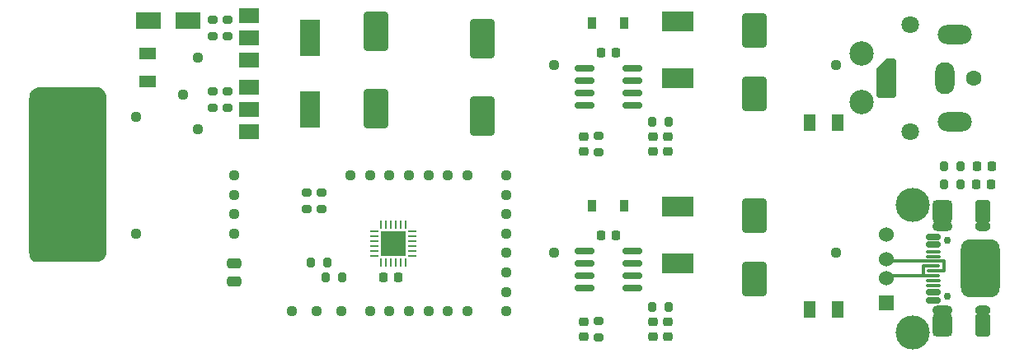
<source format=gbr>
%TF.GenerationSoftware,KiCad,Pcbnew,6.0.11+dfsg-1~bpo11+1*%
%TF.CreationDate,2024-04-01T13:46:53-04:00*%
%TF.ProjectId,Module - TPS540x,4d6f6475-6c65-4202-9d20-545053353430,1.0.0*%
%TF.SameCoordinates,Original*%
%TF.FileFunction,Soldermask,Top*%
%TF.FilePolarity,Negative*%
%FSLAX46Y46*%
G04 Gerber Fmt 4.6, Leading zero omitted, Abs format (unit mm)*
G04 Created by KiCad (PCBNEW 6.0.11+dfsg-1~bpo11+1) date 2024-04-01 13:46:53*
%MOMM*%
%LPD*%
G01*
G04 APERTURE LIST*
G04 Aperture macros list*
%AMRoundRect*
0 Rectangle with rounded corners*
0 $1 Rounding radius*
0 $2 $3 $4 $5 $6 $7 $8 $9 X,Y pos of 4 corners*
0 Add a 4 corners polygon primitive as box body*
4,1,4,$2,$3,$4,$5,$6,$7,$8,$9,$2,$3,0*
0 Add four circle primitives for the rounded corners*
1,1,$1+$1,$2,$3*
1,1,$1+$1,$4,$5*
1,1,$1+$1,$6,$7*
1,1,$1+$1,$8,$9*
0 Add four rect primitives between the rounded corners*
20,1,$1+$1,$2,$3,$4,$5,0*
20,1,$1+$1,$4,$5,$6,$7,0*
20,1,$1+$1,$6,$7,$8,$9,0*
20,1,$1+$1,$8,$9,$2,$3,0*%
%AMFreePoly0*
4,1,18,-2.000000,0.800000,-1.984776,0.876537,-1.941421,0.941421,-1.876537,0.984776,-1.800000,1.000000,1.000000,1.000000,2.000000,0.000000,2.000000,-0.800000,1.984776,-0.876537,1.941421,-0.941421,1.876537,-0.984776,1.800000,-1.000000,-1.800000,-1.000000,-1.876537,-0.984776,-1.941421,-0.941421,-1.984776,-0.876537,-2.000000,-0.800000,-2.000000,0.800000,-2.000000,0.800000,$1*%
G04 Aperture macros list end*
%ADD10RoundRect,0.330000X-0.170000X-0.170000X0.170000X-0.170000X0.170000X0.170000X-0.170000X0.170000X0*%
%ADD11RoundRect,0.200000X-0.275000X0.200000X-0.275000X-0.200000X0.275000X-0.200000X0.275000X0.200000X0*%
%ADD12R,0.900000X1.200000*%
%ADD13RoundRect,0.250000X-1.000000X1.750000X-1.000000X-1.750000X1.000000X-1.750000X1.000000X1.750000X0*%
%ADD14RoundRect,0.250000X-0.475000X0.250000X-0.475000X-0.250000X0.475000X-0.250000X0.475000X0.250000X0*%
%ADD15RoundRect,0.200000X-0.200000X-0.275000X0.200000X-0.275000X0.200000X0.275000X-0.200000X0.275000X0*%
%ADD16RoundRect,0.200000X0.275000X-0.200000X0.275000X0.200000X-0.275000X0.200000X-0.275000X-0.200000X0*%
%ADD17C,1.600000*%
%ADD18FreePoly0,90.000000*%
%ADD19C,2.500000*%
%ADD20O,2.000000X3.300000*%
%ADD21C,1.800000*%
%ADD22O,3.500000X2.000000*%
%ADD23RoundRect,0.150000X-0.825000X-0.150000X0.825000X-0.150000X0.825000X0.150000X-0.825000X0.150000X0*%
%ADD24RoundRect,0.330000X0.170000X-0.170000X0.170000X0.170000X-0.170000X0.170000X-0.170000X-0.170000X0*%
%ADD25RoundRect,0.225000X0.225000X0.250000X-0.225000X0.250000X-0.225000X-0.250000X0.225000X-0.250000X0*%
%ADD26R,2.000000X1.500000*%
%ADD27R,2.000000X3.800000*%
%ADD28R,1.730000X1.190000*%
%ADD29R,1.190000X1.730000*%
%ADD30RoundRect,0.225000X-0.250000X0.225000X-0.250000X-0.225000X0.250000X-0.225000X0.250000X0.225000X0*%
%ADD31RoundRect,0.062500X0.062500X-0.350000X0.062500X0.350000X-0.062500X0.350000X-0.062500X-0.350000X0*%
%ADD32RoundRect,0.062500X0.350000X-0.062500X0.350000X0.062500X-0.350000X0.062500X-0.350000X-0.062500X0*%
%ADD33R,2.600000X2.600000*%
%ADD34R,3.320000X2.150000*%
%ADD35RoundRect,0.250000X1.000000X-1.750000X1.000000X1.750000X-1.000000X1.750000X-1.000000X-1.750000X0*%
%ADD36RoundRect,0.225000X-0.225000X-0.250000X0.225000X-0.250000X0.225000X0.250000X-0.225000X0.250000X0*%
%ADD37RoundRect,0.218750X0.218750X0.256250X-0.218750X0.256250X-0.218750X-0.256250X0.218750X-0.256250X0*%
%ADD38RoundRect,0.250000X1.000000X-1.500000X1.000000X1.500000X-1.000000X1.500000X-1.000000X-1.500000X0*%
%ADD39RoundRect,0.150000X0.575000X-0.150000X0.575000X0.150000X-0.575000X0.150000X-0.575000X-0.150000X0*%
%ADD40C,0.750000*%
%ADD41R,1.524000X1.524000*%
%ADD42RoundRect,0.075000X0.075000X0.570000X-0.075000X0.570000X-0.075000X-0.570000X0.075000X-0.570000X0*%
%ADD43R,3.675000X0.300000*%
%ADD44RoundRect,0.075000X0.850000X-0.075000X0.850000X0.075000X-0.850000X0.075000X-0.850000X-0.075000X0*%
%ADD45C,1.524000*%
%ADD46R,4.175000X0.300000*%
%ADD47O,1.600000X1.000000*%
%ADD48C,3.500000*%
%ADD49RoundRect,0.400000X0.400000X-0.800000X0.400000X0.800000X-0.400000X0.800000X-0.400000X-0.800000X0*%
%ADD50RoundRect,0.525000X0.525000X-0.675000X0.525000X0.675000X-0.525000X0.675000X-0.525000X-0.675000X0*%
%ADD51RoundRect,1.000000X-1.000000X2.000000X-1.000000X-2.000000X1.000000X-2.000000X1.000000X2.000000X0*%
%ADD52O,2.100000X1.000000*%
%ADD53RoundRect,0.075000X0.650000X-0.075000X0.650000X0.075000X-0.650000X0.075000X-0.650000X-0.075000X0*%
%ADD54R,2.500000X1.800000*%
G04 APERTURE END LIST*
D10*
%TO.C,TPc1*%
X87000000Y-114000000D03*
%TD*%
D11*
%TO.C,R702*%
X108458000Y-95949000D03*
X108458000Y-97599000D03*
%TD*%
D12*
%TO.C,D502*%
X111124000Y-103124000D03*
X107824000Y-103124000D03*
%TD*%
D13*
%TO.C,C702*%
X96520000Y-85916000D03*
X96520000Y-93916000D03*
%TD*%
D14*
%TO.C,C1*%
X71000000Y-109050000D03*
X71000000Y-110950000D03*
%TD*%
D15*
%TO.C,R1*%
X78931000Y-108966000D03*
X80581000Y-108966000D03*
%TD*%
D16*
%TO.C,R401*%
X68834000Y-93027000D03*
X68834000Y-91377000D03*
%TD*%
D17*
%TO.C,J706*%
X147000000Y-90000000D03*
D18*
X138000000Y-90000000D03*
D19*
X135500000Y-92500000D03*
D20*
X144000000Y-90000000D03*
D19*
X135500000Y-87500000D03*
D21*
X140500000Y-95500000D03*
X140500000Y-84500000D03*
D22*
X145000000Y-94500000D03*
X145000000Y-85500000D03*
%TD*%
D23*
%TO.C,U701*%
X106999000Y-89027000D03*
X106999000Y-90297000D03*
X106999000Y-91567000D03*
X106999000Y-92837000D03*
X111949000Y-92837000D03*
X111949000Y-91567000D03*
X111949000Y-90297000D03*
X111949000Y-89027000D03*
%TD*%
D10*
%TO.C,TP5*%
X71000000Y-106000000D03*
%TD*%
%TO.C,TP301*%
X61000000Y-94000000D03*
%TD*%
D24*
%TO.C,TPc4*%
X93000000Y-114000000D03*
%TD*%
D25*
%TO.C,C2*%
X87897000Y-110490000D03*
X86347000Y-110490000D03*
%TD*%
D26*
%TO.C,Q401*%
X72542000Y-90918000D03*
X72542000Y-93218000D03*
D27*
X78842000Y-93218000D03*
D26*
X72542000Y-95518000D03*
%TD*%
D10*
%TO.C,TPb4*%
X99000000Y-108000000D03*
%TD*%
D28*
%TO.C,F301*%
X62176000Y-90350000D03*
X62176000Y-87450000D03*
%TD*%
D10*
%TO.C,TP502*%
X132842000Y-107950000D03*
%TD*%
D23*
%TO.C,U501*%
X106999000Y-107823000D03*
X106999000Y-109093000D03*
X106999000Y-110363000D03*
X106999000Y-111633000D03*
X111949000Y-111633000D03*
X111949000Y-110363000D03*
X111949000Y-109093000D03*
X111949000Y-107823000D03*
%TD*%
D11*
%TO.C,R3*%
X78486000Y-101791000D03*
X78486000Y-103441000D03*
%TD*%
D24*
%TO.C,TPa2*%
X85000000Y-100000000D03*
%TD*%
%TO.C,TPc5*%
X95000000Y-114000000D03*
%TD*%
D10*
%TO.C,TP701*%
X103886000Y-88646000D03*
%TD*%
D15*
%TO.C,R2*%
X80455000Y-110490000D03*
X82105000Y-110490000D03*
%TD*%
D29*
%TO.C,F701*%
X130122000Y-94568472D03*
X133022000Y-94568472D03*
%TD*%
D16*
%TO.C,R604*%
X70358000Y-85661000D03*
X70358000Y-84011000D03*
%TD*%
D24*
%TO.C,TPa4*%
X89000000Y-100000000D03*
%TD*%
D26*
%TO.C,Q602*%
X72542000Y-83552000D03*
X72542000Y-85852000D03*
D27*
X78842000Y-85852000D03*
D26*
X72542000Y-88152000D03*
%TD*%
D15*
%TO.C,R703*%
X113983000Y-94488000D03*
X115633000Y-94488000D03*
%TD*%
D30*
%TO.C,C504*%
X106934000Y-115049000D03*
X106934000Y-116599000D03*
%TD*%
D24*
%TO.C,TP4*%
X77000000Y-114000000D03*
%TD*%
D10*
%TO.C,TPb1*%
X99000000Y-102000000D03*
%TD*%
D24*
%TO.C,TPc2*%
X89000000Y-114000000D03*
%TD*%
%TO.C,TPa7*%
X95000000Y-100000000D03*
%TD*%
D31*
%TO.C,U1*%
X86126000Y-108947500D03*
X86626000Y-108947500D03*
X87126000Y-108947500D03*
X87626000Y-108947500D03*
X88126000Y-108947500D03*
X88626000Y-108947500D03*
D32*
X89313500Y-108260000D03*
X89313500Y-107760000D03*
X89313500Y-107260000D03*
X89313500Y-106760000D03*
X89313500Y-106260000D03*
X89313500Y-105760000D03*
D31*
X88626000Y-105072500D03*
X88126000Y-105072500D03*
X87626000Y-105072500D03*
X87126000Y-105072500D03*
X86626000Y-105072500D03*
X86126000Y-105072500D03*
D32*
X85438500Y-105760000D03*
X85438500Y-106260000D03*
X85438500Y-106760000D03*
X85438500Y-107260000D03*
X85438500Y-107760000D03*
X85438500Y-108260000D03*
D33*
X87376000Y-107010000D03*
%TD*%
D10*
%TO.C,TPc0*%
X85000000Y-114000000D03*
%TD*%
%TO.C,TP302*%
X65786000Y-91694000D03*
%TD*%
D34*
%TO.C,L701*%
X116586000Y-84212000D03*
X116586000Y-90032000D03*
%TD*%
D30*
%TO.C,C704*%
X106934000Y-95999000D03*
X106934000Y-97549000D03*
%TD*%
D15*
%TO.C,R503*%
X113983000Y-113538000D03*
X115633000Y-113538000D03*
%TD*%
D10*
%TO.C,TPb5*%
X99000000Y-110000000D03*
%TD*%
%TO.C,TP303*%
X61000000Y-106000000D03*
%TD*%
D11*
%TO.C,R502*%
X108458000Y-114999000D03*
X108458000Y-116649000D03*
%TD*%
D35*
%TO.C,C502*%
X85598000Y-93154000D03*
X85598000Y-85154000D03*
%TD*%
D16*
%TO.C,R603*%
X68834000Y-85661000D03*
X68834000Y-84011000D03*
%TD*%
D34*
%TO.C,L501*%
X116586000Y-103262000D03*
X116586000Y-109082000D03*
%TD*%
D16*
%TO.C,R402*%
X70358000Y-93027000D03*
X70358000Y-91377000D03*
%TD*%
D24*
%TO.C,TPa0*%
X82080000Y-114000000D03*
%TD*%
%TO.C,TPa6*%
X93000000Y-100000000D03*
%TD*%
D30*
%TO.C,C703*%
X114046000Y-95999000D03*
X114046000Y-97549000D03*
%TD*%
D24*
%TO.C,TPa1*%
X83000000Y-100000000D03*
%TD*%
D10*
%TO.C,TPa401*%
X67310000Y-95250000D03*
%TD*%
D36*
%TO.C,C701*%
X108699000Y-87376000D03*
X110249000Y-87376000D03*
%TD*%
D15*
%TO.C,R501*%
X143975000Y-100940000D03*
X145625000Y-100940000D03*
%TD*%
D30*
%TO.C,C506*%
X115570000Y-115049000D03*
X115570000Y-116599000D03*
%TD*%
D12*
%TO.C,D702*%
X111124000Y-84328000D03*
X107824000Y-84328000D03*
%TD*%
D37*
%TO.C,D501*%
X148787500Y-100940000D03*
X147212500Y-100940000D03*
%TD*%
D10*
%TO.C,TPb2*%
X99000000Y-104000000D03*
%TD*%
%TO.C,TP8*%
X71000000Y-104000000D03*
%TD*%
%TO.C,TPa602*%
X67310000Y-87884000D03*
%TD*%
D24*
%TO.C,TP1*%
X79540000Y-114000000D03*
%TD*%
D38*
%TO.C,C505*%
X124460000Y-110692000D03*
X124460000Y-104192000D03*
%TD*%
D11*
%TO.C,R4*%
X80010000Y-101791000D03*
X80010000Y-103441000D03*
%TD*%
D37*
%TO.C,D701*%
X148869500Y-99060000D03*
X147294500Y-99060000D03*
%TD*%
D10*
%TO.C,TP702*%
X132842000Y-88646000D03*
%TD*%
D36*
%TO.C,C501*%
X108699000Y-106172000D03*
X110249000Y-106172000D03*
%TD*%
D39*
%TO.C,J505*%
X142853632Y-112050000D03*
X142853632Y-107150000D03*
X142853632Y-112050000D03*
D40*
X144298632Y-112490000D03*
D39*
X142853632Y-107150000D03*
D41*
X138000000Y-113100000D03*
D40*
X144298632Y-106710000D03*
D42*
X141800000Y-109850000D03*
D43*
X140000000Y-110350000D03*
D44*
X142600000Y-110350000D03*
D45*
X138000000Y-110600000D03*
D44*
X142600000Y-109350000D03*
D46*
X140200000Y-108850000D03*
D42*
X143900000Y-109350000D03*
D45*
X138000000Y-108600000D03*
D44*
X143100000Y-108850000D03*
X143100000Y-109850000D03*
D45*
X138000000Y-106100000D03*
D39*
X142853632Y-112850000D03*
X142853632Y-112850000D03*
X142853632Y-106350000D03*
X142853632Y-106350000D03*
D47*
X147948632Y-113920000D03*
D48*
X140710000Y-116170000D03*
D49*
X147948632Y-103753035D03*
D50*
X143780427Y-115446965D03*
D51*
X147668632Y-109600000D03*
D52*
X143768632Y-113920000D03*
D50*
X143780427Y-103753035D03*
D52*
X143768632Y-105280000D03*
D47*
X147948632Y-105280000D03*
D49*
X147948632Y-115446965D03*
D48*
X140710000Y-103030000D03*
D53*
X142853632Y-110850000D03*
X142853632Y-108350000D03*
X142853632Y-107850000D03*
X142853632Y-111350000D03*
%TD*%
D24*
%TO.C,TPa5*%
X91000000Y-100000000D03*
%TD*%
D10*
%TO.C,TPb7*%
X99000000Y-114000000D03*
%TD*%
%TO.C,TPb0*%
X99000000Y-100000000D03*
%TD*%
D38*
%TO.C,C705*%
X124460000Y-91642000D03*
X124460000Y-85142000D03*
%TD*%
D15*
%TO.C,R701*%
X143975000Y-99060000D03*
X145625000Y-99060000D03*
%TD*%
D30*
%TO.C,C706*%
X115570000Y-95999000D03*
X115570000Y-97549000D03*
%TD*%
D54*
%TO.C,D301*%
X66262000Y-84074000D03*
X62262000Y-84074000D03*
%TD*%
D10*
%TO.C,TP501*%
X103886000Y-107950000D03*
%TD*%
%TO.C,TPb3*%
X99000000Y-106000000D03*
%TD*%
D29*
%TO.C,F501*%
X130122000Y-113789801D03*
X133022000Y-113789801D03*
%TD*%
D24*
%TO.C,TPc3*%
X91000000Y-114000000D03*
%TD*%
%TO.C,TPa3*%
X87000000Y-100000000D03*
%TD*%
D30*
%TO.C,C503*%
X114046000Y-115049000D03*
X114046000Y-116599000D03*
%TD*%
D10*
%TO.C,TP6*%
X71000000Y-100000000D03*
%TD*%
%TO.C,TP7*%
X71000000Y-102000000D03*
%TD*%
%TO.C,TPb6*%
X99000000Y-112000000D03*
%TD*%
G36*
X56944163Y-90960607D02*
G01*
X57120737Y-90977998D01*
X57144963Y-90982816D01*
X57308809Y-91032518D01*
X57331629Y-91041971D01*
X57482628Y-91122681D01*
X57503166Y-91136404D01*
X57635515Y-91245020D01*
X57652980Y-91262485D01*
X57761596Y-91394834D01*
X57775319Y-91415372D01*
X57856029Y-91566371D01*
X57865482Y-91589191D01*
X57915184Y-91753037D01*
X57920002Y-91777263D01*
X57937393Y-91953837D01*
X57938000Y-91966187D01*
X57938000Y-107885813D01*
X57937393Y-107898163D01*
X57920002Y-108074737D01*
X57915184Y-108098963D01*
X57865482Y-108262809D01*
X57856029Y-108285629D01*
X57775319Y-108436628D01*
X57761596Y-108457166D01*
X57652980Y-108589515D01*
X57635515Y-108606980D01*
X57503166Y-108715596D01*
X57482628Y-108729319D01*
X57331629Y-108810029D01*
X57308809Y-108819482D01*
X57144963Y-108869184D01*
X57120737Y-108874002D01*
X56944163Y-108891393D01*
X56931813Y-108892000D01*
X50515629Y-108892000D01*
X50450833Y-108874062D01*
X50450311Y-108873749D01*
X50440048Y-108866890D01*
X50430088Y-108859503D01*
X50425214Y-108855700D01*
X50371050Y-108811249D01*
X50366366Y-108807208D01*
X50300884Y-108747858D01*
X50292142Y-108739116D01*
X50234868Y-108675925D01*
X50227022Y-108666365D01*
X50176223Y-108597869D01*
X50169354Y-108587589D01*
X50125508Y-108514437D01*
X50119679Y-108503531D01*
X50083213Y-108426429D01*
X50078482Y-108415006D01*
X50049756Y-108334723D01*
X50046166Y-108322890D01*
X50025442Y-108240153D01*
X50023030Y-108228027D01*
X50010062Y-108140609D01*
X50009305Y-108134471D01*
X50004968Y-108090440D01*
X50004702Y-108087357D01*
X50001432Y-108043019D01*
X50001129Y-108036844D01*
X50000038Y-107992419D01*
X50000000Y-107989326D01*
X50000000Y-92010674D01*
X50000038Y-92007581D01*
X50001129Y-91963156D01*
X50001432Y-91956981D01*
X50004702Y-91912643D01*
X50004968Y-91909560D01*
X50009305Y-91865529D01*
X50010062Y-91859392D01*
X50023029Y-91771976D01*
X50025441Y-91759849D01*
X50046164Y-91677117D01*
X50049753Y-91665284D01*
X50078482Y-91584991D01*
X50083214Y-91573567D01*
X50119679Y-91496468D01*
X50125508Y-91485563D01*
X50169354Y-91412411D01*
X50176223Y-91402131D01*
X50227018Y-91333641D01*
X50234862Y-91324083D01*
X50292140Y-91260885D01*
X50300885Y-91252140D01*
X50364076Y-91194867D01*
X50373635Y-91187022D01*
X50442131Y-91136223D01*
X50452411Y-91129354D01*
X50525563Y-91085508D01*
X50536469Y-91079679D01*
X50613565Y-91043216D01*
X50624988Y-91038485D01*
X50705285Y-91009754D01*
X50717118Y-91006164D01*
X50799849Y-90985441D01*
X50811976Y-90983029D01*
X50899392Y-90970062D01*
X50905529Y-90969305D01*
X50949560Y-90964968D01*
X50952643Y-90964702D01*
X50996981Y-90961432D01*
X51003156Y-90961129D01*
X51047581Y-90960038D01*
X51050674Y-90960000D01*
X56931813Y-90960000D01*
X56944163Y-90960607D01*
G37*
M02*

</source>
